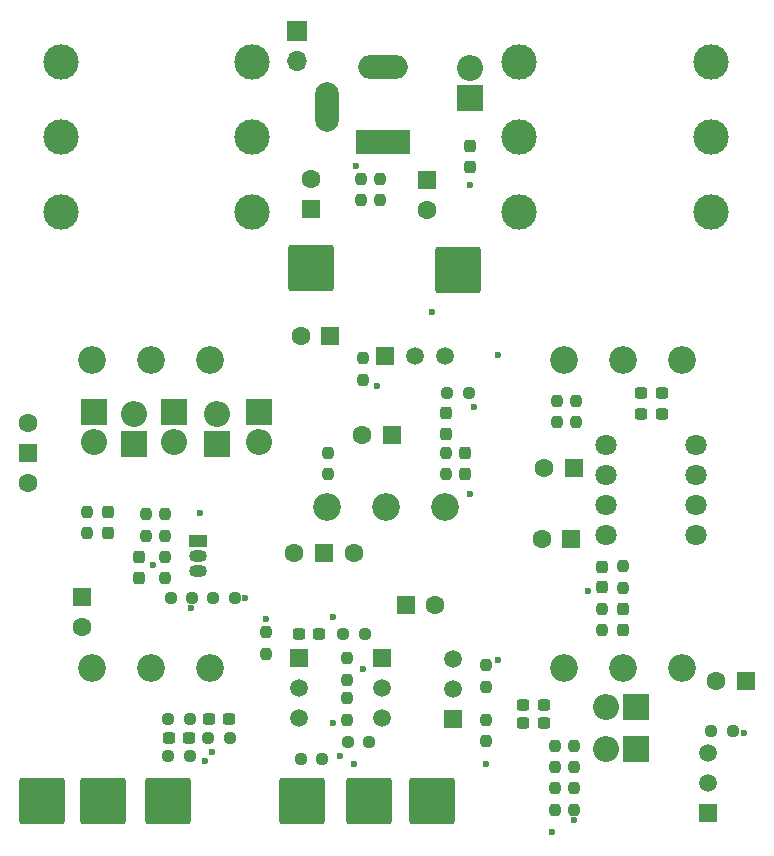
<source format=gts>
G04 #@! TF.GenerationSoftware,KiCad,Pcbnew,8.0.1*
G04 #@! TF.CreationDate,2024-07-26T15:20:18+05:00*
G04 #@! TF.ProjectId,Life_pedal,4c696665-5f70-4656-9461-6c2e6b696361,rev?*
G04 #@! TF.SameCoordinates,Original*
G04 #@! TF.FileFunction,Soldermask,Top*
G04 #@! TF.FilePolarity,Negative*
%FSLAX46Y46*%
G04 Gerber Fmt 4.6, Leading zero omitted, Abs format (unit mm)*
G04 Created by KiCad (PCBNEW 8.0.1) date 2024-07-26 15:20:18*
%MOMM*%
%LPD*%
G01*
G04 APERTURE LIST*
G04 Aperture macros list*
%AMRoundRect*
0 Rectangle with rounded corners*
0 $1 Rounding radius*
0 $2 $3 $4 $5 $6 $7 $8 $9 X,Y pos of 4 corners*
0 Add a 4 corners polygon primitive as box body*
4,1,4,$2,$3,$4,$5,$6,$7,$8,$9,$2,$3,0*
0 Add four circle primitives for the rounded corners*
1,1,$1+$1,$2,$3*
1,1,$1+$1,$4,$5*
1,1,$1+$1,$6,$7*
1,1,$1+$1,$8,$9*
0 Add four rect primitives between the rounded corners*
20,1,$1+$1,$2,$3,$4,$5,0*
20,1,$1+$1,$4,$5,$6,$7,0*
20,1,$1+$1,$6,$7,$8,$9,0*
20,1,$1+$1,$8,$9,$2,$3,0*%
G04 Aperture macros list end*
%ADD10O,2.200000X2.200000*%
%ADD11R,2.200000X2.200000*%
%ADD12RoundRect,0.237500X-0.237500X0.300000X-0.237500X-0.300000X0.237500X-0.300000X0.237500X0.300000X0*%
%ADD13RoundRect,0.237500X-0.237500X0.250000X-0.237500X-0.250000X0.237500X-0.250000X0.237500X0.250000X0*%
%ADD14R,1.600000X1.600000*%
%ADD15C,1.600000*%
%ADD16RoundRect,0.237500X0.237500X-0.250000X0.237500X0.250000X-0.237500X0.250000X-0.237500X-0.250000X0*%
%ADD17RoundRect,0.237500X0.250000X0.237500X-0.250000X0.237500X-0.250000X-0.237500X0.250000X-0.237500X0*%
%ADD18R,1.500000X1.050000*%
%ADD19O,1.500000X1.050000*%
%ADD20RoundRect,0.237500X0.300000X0.237500X-0.300000X0.237500X-0.300000X-0.237500X0.300000X-0.237500X0*%
%ADD21C,1.500000*%
%ADD22R,1.500000X1.500000*%
%ADD23RoundRect,0.250002X1.699998X-1.699998X1.699998X1.699998X-1.699998X1.699998X-1.699998X-1.699998X0*%
%ADD24R,1.700000X1.700000*%
%ADD25O,1.700000X1.700000*%
%ADD26C,1.804000*%
%ADD27RoundRect,0.237500X-0.250000X-0.237500X0.250000X-0.237500X0.250000X0.237500X-0.250000X0.237500X0*%
%ADD28C,3.000000*%
%ADD29R,4.600000X2.000000*%
%ADD30O,4.200000X2.000000*%
%ADD31O,2.000000X4.200000*%
%ADD32RoundRect,0.237500X0.237500X-0.300000X0.237500X0.300000X-0.237500X0.300000X-0.237500X-0.300000X0*%
%ADD33RoundRect,0.237500X-0.300000X-0.237500X0.300000X-0.237500X0.300000X0.237500X-0.300000X0.237500X0*%
%ADD34C,2.340000*%
%ADD35C,0.600000*%
G04 APERTURE END LIST*
D10*
X123800000Y-70743533D03*
D11*
X123800000Y-68203533D03*
D12*
X127600000Y-80537499D03*
X127600000Y-82262501D03*
D13*
X148000000Y-48487500D03*
X148000000Y-50312500D03*
X164400000Y-100087500D03*
X164400000Y-101912500D03*
D10*
X127200000Y-68400000D03*
D11*
X127200000Y-70940000D03*
D14*
X150194888Y-84600000D03*
D15*
X152694888Y-84600000D03*
D16*
X166800000Y-86712500D03*
X166800000Y-84887500D03*
D17*
X131912500Y-94200000D03*
X130087500Y-94200000D03*
D18*
X132640001Y-79130000D03*
D19*
X132640001Y-80400001D03*
X132640001Y-81670000D03*
D13*
X145200000Y-89087500D03*
X145200000Y-90912500D03*
D20*
X142862501Y-87000000D03*
X141137499Y-87000000D03*
D16*
X157000000Y-96112500D03*
X157000000Y-94287500D03*
D21*
X154200000Y-89120001D03*
X154200000Y-91660000D03*
D22*
X154200000Y-94200000D03*
D16*
X129800000Y-82312500D03*
X129800000Y-80487500D03*
D11*
X169668234Y-96800000D03*
D10*
X167128234Y-96800000D03*
D23*
X119400000Y-101200000D03*
D22*
X118200000Y-71740000D03*
D15*
X118200000Y-69200000D03*
X118200000Y-74280000D03*
D20*
X161862501Y-94600000D03*
X160137499Y-94600000D03*
D23*
X154600000Y-56200000D03*
D22*
X175800000Y-102200000D03*
D21*
X175800000Y-99660000D03*
X175800000Y-97120001D03*
D12*
X168600000Y-84937499D03*
X168600000Y-86662501D03*
X155600000Y-45737499D03*
X155600000Y-47462501D03*
D11*
X134200000Y-70940000D03*
D10*
X134200000Y-68400000D03*
D14*
X164205112Y-79000000D03*
D15*
X161705112Y-79000000D03*
D16*
X163000000Y-69112500D03*
X163000000Y-67287500D03*
D22*
X148150000Y-89050000D03*
D21*
X148150000Y-91590000D03*
X148150000Y-94129999D03*
D23*
X141400000Y-101200000D03*
D16*
X146400000Y-50312500D03*
X146400000Y-48487500D03*
X129800000Y-78712500D03*
X129800000Y-76887500D03*
D14*
X143805112Y-61800000D03*
D15*
X141305112Y-61800000D03*
D23*
X147085714Y-101200000D03*
D13*
X146600000Y-63687500D03*
X146600000Y-65512500D03*
D23*
X130028572Y-101200000D03*
D12*
X153600000Y-68337499D03*
X153600000Y-70062501D03*
D16*
X168600000Y-83112500D03*
X168600000Y-81287500D03*
D13*
X128200000Y-76887500D03*
X128200000Y-78712500D03*
D24*
X141025000Y-35950000D03*
D25*
X141025000Y-38490000D03*
D23*
X142200000Y-56000000D03*
D26*
X174800000Y-70990000D03*
X174800000Y-73530000D03*
X174800000Y-76070000D03*
X174800000Y-78610000D03*
X167180000Y-78610000D03*
X167180000Y-76070000D03*
X167180000Y-73530000D03*
X167180000Y-70990000D03*
D27*
X153687500Y-66600000D03*
X155512500Y-66600000D03*
D11*
X130600000Y-68203532D03*
D10*
X130600000Y-70743532D03*
D20*
X135262501Y-94200000D03*
X133537499Y-94200000D03*
D13*
X143600000Y-71687500D03*
X143600000Y-73512500D03*
D22*
X148450000Y-63450000D03*
D21*
X150990000Y-63450000D03*
X153530000Y-63450000D03*
D27*
X144887500Y-87000000D03*
X146712500Y-87000000D03*
D17*
X143112500Y-97600000D03*
X141287500Y-97600000D03*
D14*
X179000000Y-91000000D03*
D15*
X176500000Y-91000000D03*
D16*
X164400000Y-98312500D03*
X164400000Y-96487500D03*
X153600000Y-73512500D03*
X153600000Y-71687500D03*
D27*
X130087500Y-97400000D03*
X131912500Y-97400000D03*
D17*
X132112500Y-84000000D03*
X130287500Y-84000000D03*
D11*
X137800000Y-68203532D03*
D10*
X137800000Y-70743532D03*
D14*
X164405113Y-73000000D03*
D15*
X161905113Y-73000000D03*
D12*
X125000000Y-76737499D03*
X125000000Y-78462501D03*
X166800000Y-81337499D03*
X166800000Y-83062501D03*
D16*
X164600000Y-69112500D03*
X164600000Y-67287500D03*
X138400000Y-88712500D03*
X138400000Y-86887500D03*
D23*
X124600000Y-101200000D03*
D17*
X135712500Y-84000000D03*
X133887500Y-84000000D03*
D11*
X155600000Y-41668234D03*
D10*
X155600000Y-39128234D03*
D17*
X147112500Y-96200000D03*
X145287500Y-96200000D03*
D13*
X162800000Y-96487500D03*
X162800000Y-98312500D03*
D28*
X159815000Y-44985000D03*
X176045000Y-44985000D03*
X159815000Y-38635000D03*
X176045000Y-38635000D03*
X159815000Y-51335000D03*
X176045000Y-51335000D03*
D16*
X157000000Y-91512500D03*
X157000000Y-89687500D03*
D13*
X123200000Y-76687500D03*
X123200000Y-78512500D03*
D29*
X148300000Y-45335000D03*
D30*
X148300000Y-39035000D03*
D31*
X143500000Y-42435000D03*
D22*
X143260000Y-80200000D03*
D15*
X145800000Y-80200000D03*
X140720000Y-80200000D03*
D22*
X141150000Y-89050000D03*
D21*
X141150000Y-91590000D03*
X141150000Y-94129999D03*
D14*
X149005113Y-70200000D03*
D15*
X146505113Y-70200000D03*
D32*
X155200000Y-73462501D03*
X155200000Y-71737499D03*
D28*
X120965000Y-44985000D03*
X137195000Y-44985000D03*
X120965000Y-38635000D03*
X137195000Y-38635000D03*
X120965000Y-51335000D03*
X137195000Y-51335000D03*
D13*
X145200000Y-92487500D03*
X145200000Y-94312500D03*
D33*
X170127498Y-68400002D03*
X171852500Y-68400002D03*
D23*
X152400000Y-101200000D03*
D11*
X169668234Y-93200000D03*
D10*
X167128234Y-93200000D03*
D20*
X161862501Y-93000000D03*
X160137499Y-93000000D03*
D14*
X152000000Y-48594887D03*
D15*
X152000000Y-51094887D03*
D20*
X171862501Y-66600000D03*
X170137499Y-66600000D03*
X131862501Y-95800000D03*
X130137499Y-95800000D03*
D14*
X142200000Y-51005113D03*
D15*
X142200000Y-48505113D03*
D17*
X135312500Y-95800000D03*
X133487500Y-95800000D03*
D14*
X122800000Y-83900000D03*
D15*
X122800000Y-86400000D03*
D27*
X176037497Y-95250000D03*
X177862497Y-95250000D03*
D16*
X162800000Y-101912500D03*
X162800000Y-100087500D03*
D34*
X163600000Y-63800000D03*
X168600000Y-63800000D03*
X173600000Y-63800000D03*
X153550000Y-76300000D03*
X148550000Y-76300000D03*
X143550000Y-76300000D03*
X133600000Y-89900000D03*
X128600000Y-89900000D03*
X123600000Y-89900000D03*
X133600000Y-63800000D03*
X128600000Y-63800000D03*
X123600000Y-63800000D03*
X173600000Y-89900000D03*
X168600000Y-89900000D03*
X163600000Y-89900000D03*
D35*
X152400000Y-59800000D03*
X158000000Y-63400000D03*
X132800000Y-76800000D03*
X144000000Y-85600000D03*
X146600000Y-90000000D03*
X145800000Y-98000000D03*
X157000000Y-98000000D03*
X162600000Y-103800000D03*
X147800000Y-66000000D03*
X156000000Y-67800000D03*
X155600000Y-75200000D03*
X165600000Y-83400000D03*
X178800000Y-95400000D03*
X164400000Y-102800000D03*
X158000000Y-89200000D03*
X144600000Y-97400000D03*
X144000000Y-94600000D03*
X128800000Y-81200000D03*
X138400000Y-85800000D03*
X136600000Y-84000000D03*
X132000000Y-84800000D03*
X133800000Y-97000000D03*
X133200000Y-97800000D03*
X146000000Y-47400000D03*
X155600000Y-49000000D03*
M02*

</source>
